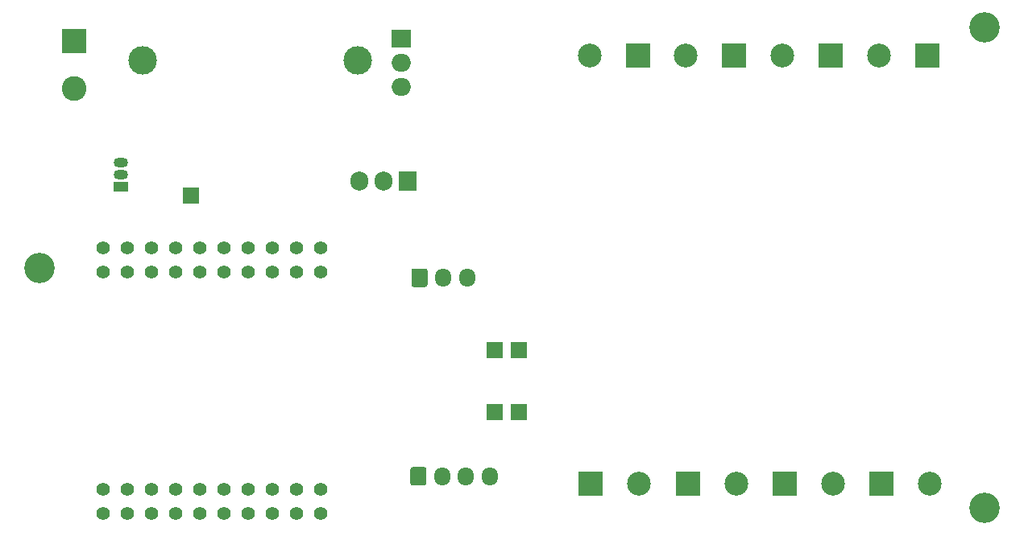
<source format=gbs>
G04 #@! TF.GenerationSoftware,KiCad,Pcbnew,5.1.12-84ad8e8a86~92~ubuntu20.04.1*
G04 #@! TF.CreationDate,2021-11-09T21:57:18+01:00*
G04 #@! TF.ProjectId,CC dimmer low voltage,43432064-696d-46d6-9572-206c6f772076,0.82*
G04 #@! TF.SameCoordinates,Original*
G04 #@! TF.FileFunction,Soldermask,Bot*
G04 #@! TF.FilePolarity,Negative*
%FSLAX46Y46*%
G04 Gerber Fmt 4.6, Leading zero omitted, Abs format (unit mm)*
G04 Created by KiCad (PCBNEW 5.1.12-84ad8e8a86~92~ubuntu20.04.1) date 2021-11-09 21:57:18*
%MOMM*%
%LPD*%
G01*
G04 APERTURE LIST*
%ADD10C,1.400000*%
%ADD11O,2.000000X1.905000*%
%ADD12R,2.000000X1.905000*%
%ADD13C,3.000000*%
%ADD14R,1.700000X1.700000*%
%ADD15C,3.200000*%
%ADD16O,1.700000X1.950000*%
%ADD17O,1.500000X1.050000*%
%ADD18R,1.500000X1.050000*%
%ADD19R,1.905000X2.000000*%
%ADD20O,1.905000X2.000000*%
%ADD21R,2.600000X2.600000*%
%ADD22C,2.600000*%
%ADD23C,2.500000*%
%ADD24R,2.500000X2.500000*%
G04 APERTURE END LIST*
D10*
X128962000Y-95455000D03*
X128962000Y-97995000D03*
X126422000Y-95455000D03*
X126422000Y-97995000D03*
X123882000Y-95455000D03*
X123882000Y-97995000D03*
X121342000Y-95455000D03*
X121342000Y-97995000D03*
X118802000Y-95455000D03*
X118802000Y-97995000D03*
X116262000Y-95455000D03*
X116262000Y-97995000D03*
X113722000Y-95455000D03*
X113722000Y-97995000D03*
X111182000Y-95455000D03*
X111182000Y-97995000D03*
X108642000Y-95455000D03*
X108642000Y-97995000D03*
X106102000Y-95455000D03*
X106102000Y-97995000D03*
X128962000Y-120855000D03*
X128962000Y-123395000D03*
X126422000Y-120855000D03*
X126422000Y-123395000D03*
X123882000Y-120855000D03*
X123882000Y-123395000D03*
X121342000Y-120855000D03*
X121342000Y-123395000D03*
X118802000Y-120855000D03*
X118802000Y-123395000D03*
X116262000Y-120855000D03*
X116262000Y-123395000D03*
X113722000Y-120855000D03*
X113722000Y-123395000D03*
X111182000Y-120855000D03*
X111182000Y-123395000D03*
X108642000Y-120855000D03*
X108642000Y-123395000D03*
X106102000Y-123395000D03*
X106102000Y-120855000D03*
D11*
X137474200Y-78517000D03*
X137474200Y-75977000D03*
D12*
X137474200Y-73437000D03*
D13*
X132851400Y-75672200D03*
X110251400Y-75672200D03*
D14*
X149842000Y-112695000D03*
X149842000Y-106185000D03*
D15*
X198722000Y-72275000D03*
X198752000Y-122805000D03*
G36*
G01*
X138532000Y-99300000D02*
X138532000Y-97850000D01*
G75*
G02*
X138782000Y-97600000I250000J0D01*
G01*
X139982000Y-97600000D01*
G75*
G02*
X140232000Y-97850000I0J-250000D01*
G01*
X140232000Y-99300000D01*
G75*
G02*
X139982000Y-99550000I-250000J0D01*
G01*
X138782000Y-99550000D01*
G75*
G02*
X138532000Y-99300000I0J250000D01*
G01*
G37*
D16*
X141882000Y-98575000D03*
X144382000Y-98575000D03*
G36*
G01*
X138412000Y-120190000D02*
X138412000Y-118740000D01*
G75*
G02*
X138662000Y-118490000I250000J0D01*
G01*
X139862000Y-118490000D01*
G75*
G02*
X140112000Y-118740000I0J-250000D01*
G01*
X140112000Y-120190000D01*
G75*
G02*
X139862000Y-120440000I-250000J0D01*
G01*
X138662000Y-120440000D01*
G75*
G02*
X138412000Y-120190000I0J250000D01*
G01*
G37*
X141762000Y-119465000D03*
X144262000Y-119465000D03*
X146762000Y-119465000D03*
D14*
X147302000Y-106185000D03*
X147302000Y-112695000D03*
X115402000Y-89895000D03*
D17*
X107959400Y-87716000D03*
X107959400Y-86446000D03*
D18*
X107959400Y-88986000D03*
D19*
X138160000Y-88401800D03*
D20*
X135620000Y-88401800D03*
X133080000Y-88401800D03*
D21*
X103052000Y-73715000D03*
D22*
X103052000Y-78715000D03*
D23*
X157242000Y-75187000D03*
D24*
X162322000Y-75187000D03*
X172472000Y-75185000D03*
D23*
X167392000Y-75185000D03*
X177542000Y-75175000D03*
D24*
X182622000Y-75175000D03*
X192772000Y-75165000D03*
D23*
X187692000Y-75165000D03*
D24*
X187912000Y-120225000D03*
D23*
X192992000Y-120225000D03*
X182822000Y-120225000D03*
D24*
X177742000Y-120225000D03*
X167572000Y-120225000D03*
D23*
X172652000Y-120225000D03*
X162472000Y-120225000D03*
D24*
X157392000Y-120225000D03*
D15*
X99462000Y-97585000D03*
M02*

</source>
